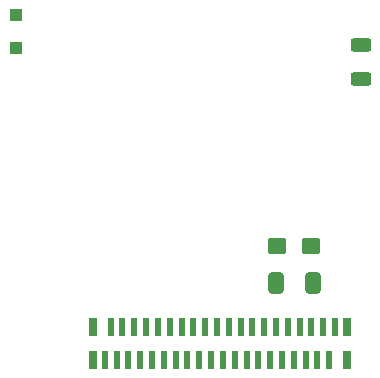
<source format=gbr>
%TF.GenerationSoftware,KiCad,Pcbnew,9.0.0*%
%TF.CreationDate,2025-04-29T11:42:50+01:00*%
%TF.ProjectId,uPicomac,75506963-6f6d-4616-932e-6b696361645f,rev?*%
%TF.SameCoordinates,Original*%
%TF.FileFunction,Paste,Top*%
%TF.FilePolarity,Positive*%
%FSLAX46Y46*%
G04 Gerber Fmt 4.6, Leading zero omitted, Abs format (unit mm)*
G04 Created by KiCad (PCBNEW 9.0.0) date 2025-04-29 11:42:50*
%MOMM*%
%LPD*%
G01*
G04 APERTURE LIST*
G04 Aperture macros list*
%AMRoundRect*
0 Rectangle with rounded corners*
0 $1 Rounding radius*
0 $2 $3 $4 $5 $6 $7 $8 $9 X,Y pos of 4 corners*
0 Add a 4 corners polygon primitive as box body*
4,1,4,$2,$3,$4,$5,$6,$7,$8,$9,$2,$3,0*
0 Add four circle primitives for the rounded corners*
1,1,$1+$1,$2,$3*
1,1,$1+$1,$4,$5*
1,1,$1+$1,$6,$7*
1,1,$1+$1,$8,$9*
0 Add four rect primitives between the rounded corners*
20,1,$1+$1,$2,$3,$4,$5,0*
20,1,$1+$1,$4,$5,$6,$7,0*
20,1,$1+$1,$6,$7,$8,$9,0*
20,1,$1+$1,$8,$9,$2,$3,0*%
G04 Aperture macros list end*
%ADD10RoundRect,0.250000X-0.537500X-0.425000X0.537500X-0.425000X0.537500X0.425000X-0.537500X0.425000X0*%
%ADD11RoundRect,0.250000X-0.300000X0.300000X-0.300000X-0.300000X0.300000X-0.300000X0.300000X0.300000X0*%
%ADD12RoundRect,0.250000X-0.625000X0.312500X-0.625000X-0.312500X0.625000X-0.312500X0.625000X0.312500X0*%
%ADD13R,0.600000X1.500000*%
%ADD14R,0.800000X1.500000*%
%ADD15RoundRect,0.250000X-0.412500X-0.650000X0.412500X-0.650000X0.412500X0.650000X-0.412500X0.650000X0*%
G04 APERTURE END LIST*
D10*
%TO.C,C1*%
X131580779Y-70325603D03*
X128705779Y-70325603D03*
%TD*%
D11*
%TO.C,D1*%
X106550000Y-50807413D03*
X106550000Y-53607413D03*
%TD*%
D12*
%TO.C,R1*%
X135760000Y-53325000D03*
X135760000Y-56250000D03*
%TD*%
D13*
%TO.C,J1*%
X114104258Y-80011131D03*
X114604258Y-77211131D03*
X115104258Y-80011131D03*
X115604258Y-77211131D03*
X116104258Y-80011131D03*
X116604258Y-77211131D03*
X117104258Y-80011131D03*
X117604258Y-77211131D03*
X118104258Y-80011131D03*
X118604258Y-77211131D03*
X119104258Y-80011131D03*
X119604258Y-77211131D03*
X120104258Y-80011131D03*
X120604258Y-77211131D03*
X121104258Y-80011131D03*
X121604258Y-77211131D03*
X122104258Y-80011131D03*
X122604258Y-77211131D03*
X123104258Y-80011131D03*
X123604258Y-77211131D03*
X124104258Y-80011131D03*
X124604258Y-77211131D03*
X125104258Y-80011131D03*
X125604258Y-77211131D03*
X126104258Y-80011131D03*
X126604258Y-77211131D03*
X127104258Y-80011131D03*
X127604258Y-77211131D03*
X128104258Y-80011131D03*
X128604258Y-77211131D03*
X129104258Y-80011131D03*
X129604258Y-77211131D03*
X130104258Y-80011131D03*
X130604258Y-77211131D03*
X131104258Y-80011131D03*
X131604258Y-77211131D03*
X132104258Y-80011131D03*
X132604258Y-77211131D03*
X133104258Y-80011131D03*
X133604258Y-77211131D03*
D14*
X113104258Y-77211131D03*
X113104258Y-80011131D03*
X134604258Y-77211131D03*
X134604258Y-80011131D03*
%TD*%
D15*
%TO.C,C2*%
X128585779Y-73440603D03*
X131710779Y-73440603D03*
%TD*%
M02*

</source>
